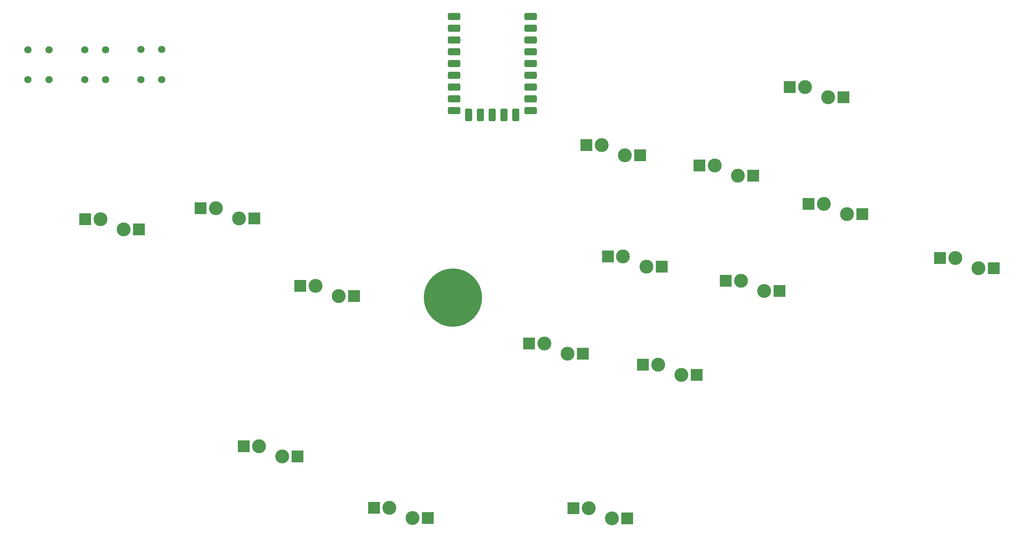
<source format=gbs>
%TF.GenerationSoftware,KiCad,Pcbnew,7.0.7*%
%TF.CreationDate,2023-10-08T10:30:22+09:00*%
%TF.ProjectId,lvls,6c766c73-2e6b-4696-9361-645f70636258,rev?*%
%TF.SameCoordinates,Original*%
%TF.FileFunction,Soldermask,Bot*%
%TF.FilePolarity,Negative*%
%FSLAX46Y46*%
G04 Gerber Fmt 4.6, Leading zero omitted, Abs format (unit mm)*
G04 Created by KiCad (PCBNEW 7.0.7) date 2023-10-08 10:30:22*
%MOMM*%
%LPD*%
G01*
G04 APERTURE LIST*
G04 Aperture macros list*
%AMRoundRect*
0 Rectangle with rounded corners*
0 $1 Rounding radius*
0 $2 $3 $4 $5 $6 $7 $8 $9 X,Y pos of 4 corners*
0 Add a 4 corners polygon primitive as box body*
4,1,4,$2,$3,$4,$5,$6,$7,$8,$9,$2,$3,0*
0 Add four circle primitives for the rounded corners*
1,1,$1+$1,$2,$3*
1,1,$1+$1,$4,$5*
1,1,$1+$1,$6,$7*
1,1,$1+$1,$8,$9*
0 Add four rect primitives between the rounded corners*
20,1,$1+$1,$2,$3,$4,$5,0*
20,1,$1+$1,$4,$5,$6,$7,0*
20,1,$1+$1,$6,$7,$8,$9,0*
20,1,$1+$1,$8,$9,$2,$3,0*%
G04 Aperture macros list end*
%ADD10C,1.575000*%
%ADD11C,12.600000*%
%ADD12C,3.000000*%
%ADD13R,2.600000X2.600000*%
%ADD14RoundRect,0.400000X-0.966000X-0.400000X0.966000X-0.400000X0.966000X0.400000X-0.966000X0.400000X0*%
%ADD15RoundRect,0.400050X-0.965950X-0.400050X0.965950X-0.400050X0.965950X0.400050X-0.965950X0.400050X0*%
%ADD16RoundRect,0.400000X-0.400000X-0.988000X0.400000X-0.988000X0.400000X0.988000X-0.400000X0.988000X0*%
%ADD17RoundRect,0.393700X-0.393700X-0.994300X0.393700X-0.994300X0.393700X0.994300X-0.393700X0.994300X0*%
G04 APERTURE END LIST*
D10*
%TO.C,S3*%
X66850000Y-32081500D03*
X66850000Y-38581500D03*
X62350000Y-32081500D03*
X62350000Y-38581500D03*
%TD*%
%TO.C,S2*%
X50180000Y-38631500D03*
X50180000Y-32131500D03*
X54680000Y-38631500D03*
X54680000Y-32131500D03*
%TD*%
%TO.C,S1*%
X42480000Y-32131500D03*
X42480000Y-38631500D03*
X37980000Y-32131500D03*
X37980000Y-38631500D03*
%TD*%
D11*
%TO.C,H1*%
X129600000Y-85700000D03*
%TD*%
D12*
%TO.C,SW13*%
X87790000Y-117740000D03*
X92790000Y-119940000D03*
D13*
X84490000Y-117740000D03*
X96090000Y-119940000D03*
%TD*%
D12*
%TO.C,SW15*%
X158920000Y-131100000D03*
X163920000Y-133300000D03*
D13*
X155620000Y-131100000D03*
X167220000Y-133300000D03*
%TD*%
D12*
%TO.C,SW3*%
X53600000Y-68720000D03*
X58600000Y-70920000D03*
D13*
X50300000Y-68720000D03*
X61900000Y-70920000D03*
%TD*%
D14*
%TO.C,RZ1*%
X146425000Y-24985000D03*
X146425000Y-27525000D03*
X146425000Y-30065000D03*
X146425000Y-32605000D03*
X146425000Y-35145000D03*
D15*
X146425000Y-37685000D03*
X146425000Y-40225000D03*
X146425000Y-42765000D03*
X146425000Y-45305000D03*
D16*
X143219000Y-46203000D03*
D17*
X140679000Y-46203000D03*
X138139000Y-46203000D03*
X135599000Y-46203000D03*
X133059000Y-46203000D03*
D15*
X129853000Y-45305000D03*
X129853000Y-42765000D03*
X129853000Y-40225000D03*
X129853000Y-37685000D03*
X129853000Y-35145000D03*
X129853000Y-32605000D03*
X129853000Y-30065000D03*
X129853000Y-27525000D03*
X129853000Y-24985000D03*
%TD*%
D12*
%TO.C,SW11*%
X173920000Y-100110000D03*
X178920000Y-102310000D03*
D13*
X170620000Y-100110000D03*
X182220000Y-102310000D03*
%TD*%
D12*
%TO.C,SW14*%
X115880000Y-131020000D03*
X120880000Y-133220000D03*
D13*
X112580000Y-131020000D03*
X124180000Y-133220000D03*
%TD*%
D12*
%TO.C,SW8*%
X209670000Y-65440000D03*
X214670000Y-67640000D03*
D13*
X206370000Y-65440000D03*
X217970000Y-67640000D03*
%TD*%
D12*
%TO.C,SW5*%
X99990000Y-83090000D03*
X104990000Y-85290000D03*
D13*
X96690000Y-83090000D03*
X108290000Y-85290000D03*
%TD*%
D12*
%TO.C,SW7*%
X186110000Y-57150000D03*
X191110000Y-59350000D03*
D13*
X182810000Y-57150000D03*
X194410000Y-59350000D03*
%TD*%
D12*
%TO.C,SW10*%
X149350000Y-95580000D03*
X154350000Y-97780000D03*
D13*
X146050000Y-95580000D03*
X157650000Y-97780000D03*
%TD*%
D12*
%TO.C,SW12*%
X191780000Y-82030000D03*
X196780000Y-84230000D03*
D13*
X188480000Y-82030000D03*
X200080000Y-84230000D03*
%TD*%
D12*
%TO.C,SW9*%
X237970000Y-77110000D03*
X242970000Y-79310000D03*
D13*
X234670000Y-77110000D03*
X246270000Y-79310000D03*
%TD*%
D12*
%TO.C,SW6*%
X166340000Y-76800000D03*
X171340000Y-79000000D03*
D13*
X163040000Y-76800000D03*
X174640000Y-79000000D03*
%TD*%
D12*
%TO.C,SW1*%
X205590000Y-40220000D03*
X210590000Y-42420000D03*
D13*
X202290000Y-40220000D03*
X213890000Y-42420000D03*
%TD*%
D12*
%TO.C,SW2*%
X161700000Y-52770000D03*
X166700000Y-54970000D03*
D13*
X158400000Y-52770000D03*
X170000000Y-54970000D03*
%TD*%
D12*
%TO.C,SW4*%
X78490000Y-66340000D03*
X83490000Y-68540000D03*
D13*
X75190000Y-66340000D03*
X86790000Y-68540000D03*
%TD*%
M02*

</source>
